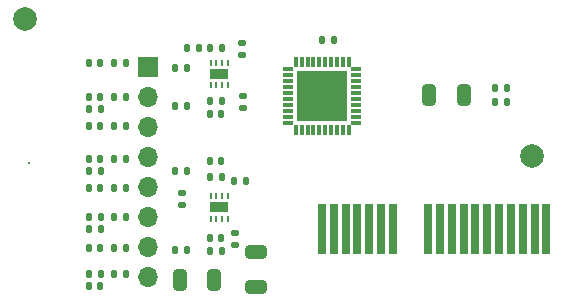
<source format=gbr>
%TF.GenerationSoftware,KiCad,Pcbnew,8.0.5*%
%TF.CreationDate,2024-11-05T15:42:22+00:00*%
%TF.ProjectId,ADE_Main_V4,4144455f-4d61-4696-9e5f-56342e6b6963,rev?*%
%TF.SameCoordinates,Original*%
%TF.FileFunction,Soldermask,Top*%
%TF.FilePolarity,Negative*%
%FSLAX46Y46*%
G04 Gerber Fmt 4.6, Leading zero omitted, Abs format (unit mm)*
G04 Created by KiCad (PCBNEW 8.0.5) date 2024-11-05 15:42:22*
%MOMM*%
%LPD*%
G01*
G04 APERTURE LIST*
G04 Aperture macros list*
%AMRoundRect*
0 Rectangle with rounded corners*
0 $1 Rounding radius*
0 $2 $3 $4 $5 $6 $7 $8 $9 X,Y pos of 4 corners*
0 Add a 4 corners polygon primitive as box body*
4,1,4,$2,$3,$4,$5,$6,$7,$8,$9,$2,$3,0*
0 Add four circle primitives for the rounded corners*
1,1,$1+$1,$2,$3*
1,1,$1+$1,$4,$5*
1,1,$1+$1,$6,$7*
1,1,$1+$1,$8,$9*
0 Add four rect primitives between the rounded corners*
20,1,$1+$1,$2,$3,$4,$5,0*
20,1,$1+$1,$4,$5,$6,$7,0*
20,1,$1+$1,$6,$7,$8,$9,0*
20,1,$1+$1,$8,$9,$2,$3,0*%
G04 Aperture macros list end*
%ADD10RoundRect,0.135000X-0.135000X-0.185000X0.135000X-0.185000X0.135000X0.185000X-0.135000X0.185000X0*%
%ADD11RoundRect,0.135000X0.135000X0.185000X-0.135000X0.185000X-0.135000X-0.185000X0.135000X-0.185000X0*%
%ADD12RoundRect,0.140000X0.140000X0.170000X-0.140000X0.170000X-0.140000X-0.170000X0.140000X-0.170000X0*%
%ADD13RoundRect,0.140000X-0.140000X-0.170000X0.140000X-0.170000X0.140000X0.170000X-0.140000X0.170000X0*%
%ADD14C,2.000000*%
%ADD15RoundRect,0.250000X0.650000X-0.325000X0.650000X0.325000X-0.650000X0.325000X-0.650000X-0.325000X0*%
%ADD16RoundRect,0.135000X0.185000X-0.135000X0.185000X0.135000X-0.185000X0.135000X-0.185000X-0.135000X0*%
%ADD17RoundRect,0.140000X0.170000X-0.140000X0.170000X0.140000X-0.170000X0.140000X-0.170000X-0.140000X0*%
%ADD18C,0.200000*%
%ADD19RoundRect,0.135000X-0.185000X0.135000X-0.185000X-0.135000X0.185000X-0.135000X0.185000X0.135000X0*%
%ADD20RoundRect,0.250000X-0.325000X-0.650000X0.325000X-0.650000X0.325000X0.650000X-0.325000X0.650000X0*%
%ADD21R,0.250000X0.500000*%
%ADD22R,1.600000X0.900000*%
%ADD23R,0.304800X0.812800*%
%ADD24R,0.812800X0.304800*%
%ADD25R,4.241800X4.241800*%
%ADD26RoundRect,0.250000X0.325000X0.650000X-0.325000X0.650000X-0.325000X-0.650000X0.325000X-0.650000X0*%
%ADD27R,1.700000X1.700000*%
%ADD28O,1.700000X1.700000*%
%ADD29R,0.700000X4.300000*%
G04 APERTURE END LIST*
D10*
%TO.C,R25*%
X-1510000Y27390000D03*
X-490000Y27390000D03*
%TD*%
D11*
%TO.C,R18*%
X-3390000Y27880000D03*
X-4410000Y27880000D03*
%TD*%
D10*
%TO.C,R5*%
X-9600000Y19200000D03*
X-8580000Y19200000D03*
%TD*%
D12*
%TO.C,C11*%
X-10780000Y37080000D03*
X-11740000Y37080000D03*
%TD*%
D13*
%TO.C,C13*%
X-1500000Y28710000D03*
X-540000Y28710000D03*
%TD*%
D12*
%TO.C,C3*%
X-10780000Y21410000D03*
X-11740000Y21410000D03*
%TD*%
D14*
%TO.C,FID1*%
X25781000Y29210000D03*
%TD*%
D11*
%TO.C,R9*%
X-3440000Y33440000D03*
X-4460000Y33440000D03*
%TD*%
D15*
%TO.C,C26*%
X2410000Y18075000D03*
X2410000Y21025000D03*
%TD*%
D16*
%TO.C,R20*%
X1250000Y37730000D03*
X1250000Y38750000D03*
%TD*%
D17*
%TO.C,C2*%
X-3860800Y25047000D03*
X-3860800Y26007000D03*
%TD*%
D12*
%TO.C,C7*%
X-10770000Y26480000D03*
X-11730000Y26480000D03*
%TD*%
D18*
%TO.C,TP1*%
X-16789400Y28600400D03*
%TD*%
D11*
%TO.C,R6*%
X-3430000Y21180000D03*
X-4450000Y21180000D03*
%TD*%
D10*
%TO.C,R1*%
X22654800Y34899600D03*
X23674800Y34899600D03*
%TD*%
D19*
%TO.C,R8*%
X1280000Y34240000D03*
X1280000Y33220000D03*
%TD*%
D12*
%TO.C,C4*%
X-10780000Y18150000D03*
X-11740000Y18150000D03*
%TD*%
D13*
%TO.C,C1*%
X22684800Y33782000D03*
X23644800Y33782000D03*
%TD*%
D14*
%TO.C,FID4*%
X-17119600Y40767000D03*
%TD*%
D10*
%TO.C,R26*%
X-1510000Y38280000D03*
X-490000Y38280000D03*
%TD*%
D12*
%TO.C,C16*%
X-2440000Y38310000D03*
X-3400000Y38310000D03*
%TD*%
D10*
%TO.C,R4*%
X-9600000Y21400000D03*
X-8580000Y21400000D03*
%TD*%
D12*
%TO.C,C12*%
X-10780000Y34170000D03*
X-11740000Y34170000D03*
%TD*%
D10*
%TO.C,R11*%
X-9600000Y23980000D03*
X-8580000Y23980000D03*
%TD*%
%TO.C,R24*%
X-1510000Y33820000D03*
X-490000Y33820000D03*
%TD*%
%TO.C,R14*%
X-9600000Y37070000D03*
X-8580000Y37070000D03*
%TD*%
%TO.C,R23*%
X-1510000Y21090000D03*
X-490000Y21090000D03*
%TD*%
D20*
%TO.C,C18*%
X17092400Y34340800D03*
X20042400Y34340800D03*
%TD*%
D10*
%TO.C,R10*%
X-9600000Y26500000D03*
X-8580000Y26500000D03*
%TD*%
%TO.C,R15*%
X-9600000Y34160000D03*
X-8580000Y34160000D03*
%TD*%
D11*
%TO.C,R21*%
X-10730000Y33160000D03*
X-11750000Y33160000D03*
%TD*%
D13*
%TO.C,C6*%
X-1500000Y32750000D03*
X-540000Y32750000D03*
%TD*%
D11*
%TO.C,R17*%
X-10720000Y22960000D03*
X-11740000Y22960000D03*
%TD*%
%TO.C,R7*%
X-10730000Y19200000D03*
X-11750000Y19200000D03*
%TD*%
D21*
%TO.C,U3*%
X-1430000Y35150000D03*
X-930000Y35150000D03*
X-430000Y35150000D03*
X70000Y35150000D03*
X70000Y37050000D03*
X-430000Y37050000D03*
X-930000Y37050000D03*
X-1430000Y37050000D03*
D22*
X-680000Y36100000D03*
%TD*%
D12*
%TO.C,C9*%
X-10780000Y31700000D03*
X-11740000Y31700000D03*
%TD*%
%TO.C,C10*%
X-10780000Y28940000D03*
X-11740000Y28940000D03*
%TD*%
D10*
%TO.C,R16*%
X570000Y27050000D03*
X1590000Y27050000D03*
%TD*%
D23*
%TO.C,U2*%
X10287000Y37160200D03*
X9779000Y37160200D03*
X9271000Y37160200D03*
X8788400Y37160200D03*
X8280400Y37160200D03*
X7772400Y37160200D03*
X7264400Y37160200D03*
X6781800Y37160200D03*
X6273800Y37160200D03*
X5765800Y37160200D03*
D24*
X5130800Y36525200D03*
X5130800Y36017200D03*
X5130800Y35509200D03*
X5130800Y35026600D03*
X5130800Y34518600D03*
X5130800Y34010600D03*
X5130800Y33502600D03*
X5130800Y33020000D03*
X5130800Y32512000D03*
X5130800Y32004000D03*
D23*
X5765800Y31369000D03*
X6273800Y31369000D03*
X6781800Y31369000D03*
X7264400Y31369000D03*
X7772400Y31369000D03*
X8280400Y31369000D03*
X8788400Y31369000D03*
X9271000Y31369000D03*
X9779000Y31369000D03*
X10287000Y31369000D03*
D24*
X10922000Y32004000D03*
X10922000Y32512000D03*
X10922000Y33020000D03*
X10922000Y33502600D03*
X10922000Y34010600D03*
X10922000Y34518600D03*
X10922000Y35026600D03*
X10922000Y35509200D03*
X10922000Y36017200D03*
X10922000Y36525200D03*
D25*
X8026400Y34264600D03*
%TD*%
D13*
%TO.C,C5*%
X-1500000Y22200000D03*
X-540000Y22200000D03*
%TD*%
D11*
%TO.C,R22*%
X-3440000Y36620000D03*
X-4460000Y36620000D03*
%TD*%
D10*
%TO.C,R12*%
X-9600000Y31690000D03*
X-8580000Y31690000D03*
%TD*%
D21*
%TO.C,U1*%
X-1430000Y23860000D03*
X-930000Y23860000D03*
X-430000Y23860000D03*
X70000Y23860000D03*
X70000Y25760000D03*
X-430000Y25760000D03*
X-930000Y25760000D03*
X-1430000Y25760000D03*
D22*
X-680000Y24810000D03*
%TD*%
D19*
%TO.C,R3*%
X650000Y22680000D03*
X650000Y21660000D03*
%TD*%
D11*
%TO.C,R19*%
X-10730000Y27900000D03*
X-11750000Y27900000D03*
%TD*%
%TO.C,R2*%
X8993600Y38963600D03*
X7973600Y38963600D03*
%TD*%
D10*
%TO.C,R13*%
X-9600000Y28930000D03*
X-8580000Y28930000D03*
%TD*%
D26*
%TO.C,C25*%
X-1105000Y18670000D03*
X-4055000Y18670000D03*
%TD*%
D12*
%TO.C,C8*%
X-10730000Y24000000D03*
X-11690000Y24000000D03*
%TD*%
D27*
%TO.C,J15*%
X-6750200Y36692980D03*
D28*
X-6750200Y34152980D03*
X-6750200Y31612980D03*
X-6750200Y29072980D03*
X-6750200Y26532980D03*
X-6750200Y23992980D03*
X-6750200Y21452980D03*
X-6750200Y18912980D03*
%TD*%
D29*
%TO.C,J2*%
X27000000Y23000000D03*
X26000000Y23000000D03*
X25000000Y23000000D03*
X24000000Y23000000D03*
X23000000Y23000000D03*
X22000000Y23000000D03*
X21000000Y23000000D03*
X20000000Y23000000D03*
X19000000Y23000000D03*
X18000000Y23000000D03*
X17000000Y23000000D03*
X14000000Y23000000D03*
X13000000Y23000000D03*
X12000000Y23000000D03*
X11000000Y23000000D03*
X10000000Y23000000D03*
X9000000Y23000000D03*
X8000000Y23000000D03*
%TD*%
M02*

</source>
